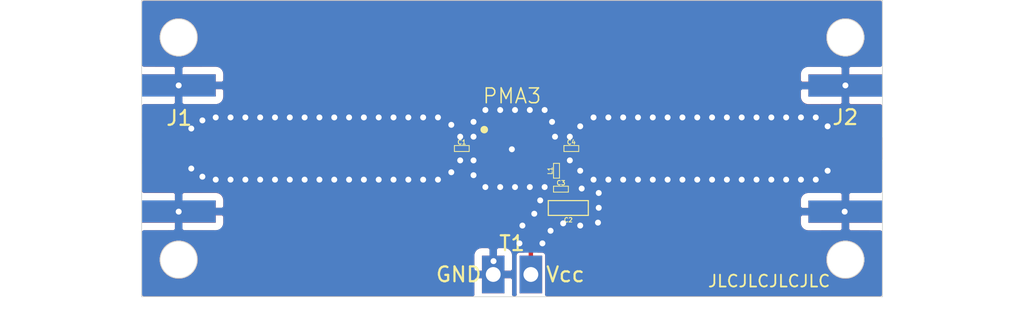
<source format=kicad_pcb>
(kicad_pcb (version 20171130) (host pcbnew "(5.1.6)-1")

  (general
    (thickness 1.6)
    (drawings 9)
    (tracks 129)
    (zones 0)
    (modules 9)
    (nets 17)
  )

  (page A4)
  (layers
    (0 F.Cu signal)
    (31 B.Cu signal)
    (32 B.Adhes user)
    (33 F.Adhes user)
    (34 B.Paste user)
    (35 F.Paste user)
    (36 B.SilkS user)
    (37 F.SilkS user)
    (38 B.Mask user)
    (39 F.Mask user)
    (40 Dwgs.User user)
    (41 Cmts.User user)
    (42 Eco1.User user)
    (43 Eco2.User user)
    (44 Edge.Cuts user)
    (45 Margin user)
    (46 B.CrtYd user)
    (47 F.CrtYd user)
    (48 B.Fab user)
    (49 F.Fab user)
  )

  (setup
    (last_trace_width 0.25)
    (user_trace_width 0.3)
    (user_trace_width 2.98219)
    (trace_clearance 0.2)
    (zone_clearance 0)
    (zone_45_only no)
    (trace_min 0.2)
    (via_size 0.8)
    (via_drill 0.4)
    (via_min_size 0.4)
    (via_min_drill 0.3)
    (uvia_size 0.3)
    (uvia_drill 0.1)
    (uvias_allowed no)
    (uvia_min_size 0.2)
    (uvia_min_drill 0.1)
    (edge_width 0.05)
    (segment_width 0.2)
    (pcb_text_width 0.3)
    (pcb_text_size 1.5 1.5)
    (mod_edge_width 0.12)
    (mod_text_size 1 1)
    (mod_text_width 0.15)
    (pad_size 1.45 1.45)
    (pad_drill 0)
    (pad_to_mask_clearance 0.05)
    (aux_axis_origin 0 0)
    (visible_elements 7FFFFFFF)
    (pcbplotparams
      (layerselection 0x010fc_ffffffff)
      (usegerberextensions false)
      (usegerberattributes true)
      (usegerberadvancedattributes true)
      (creategerberjobfile true)
      (excludeedgelayer true)
      (linewidth 0.100000)
      (plotframeref false)
      (viasonmask false)
      (mode 1)
      (useauxorigin false)
      (hpglpennumber 1)
      (hpglpenspeed 20)
      (hpglpendiameter 15.000000)
      (psnegative false)
      (psa4output false)
      (plotreference true)
      (plotvalue true)
      (plotinvisibletext false)
      (padsonsilk false)
      (subtractmaskfromsilk false)
      (outputformat 1)
      (mirror false)
      (drillshape 0)
      (scaleselection 1)
      (outputdirectory "Gerber/"))
  )

  (net 0 "")
  (net 1 "Net-(C1-Pad2)")
  (net 2 "Net-(C1-Pad1)")
  (net 3 GND)
  (net 4 +5V)
  (net 5 "Net-(C4-Pad2)")
  (net 6 "Net-(C4-Pad1)")
  (net 7 "Net-(IC1-Pad12)")
  (net 8 "Net-(IC1-Pad11)")
  (net 9 "Net-(IC1-Pad10)")
  (net 10 "Net-(IC1-Pad9)")
  (net 11 "Net-(IC1-Pad7)")
  (net 12 "Net-(IC1-Pad6)")
  (net 13 "Net-(IC1-Pad5)")
  (net 14 "Net-(IC1-Pad4)")
  (net 15 "Net-(IC1-Pad3)")
  (net 16 "Net-(IC1-Pad1)")

  (net_class Default "This is the default net class."
    (clearance 0.2)
    (trace_width 0.25)
    (via_dia 0.8)
    (via_drill 0.4)
    (uvia_dia 0.3)
    (uvia_drill 0.1)
    (add_net +5V)
    (add_net GND)
    (add_net "Net-(C1-Pad1)")
    (add_net "Net-(C1-Pad2)")
    (add_net "Net-(C4-Pad1)")
    (add_net "Net-(C4-Pad2)")
    (add_net "Net-(IC1-Pad1)")
    (add_net "Net-(IC1-Pad10)")
    (add_net "Net-(IC1-Pad11)")
    (add_net "Net-(IC1-Pad12)")
    (add_net "Net-(IC1-Pad3)")
    (add_net "Net-(IC1-Pad4)")
    (add_net "Net-(IC1-Pad5)")
    (add_net "Net-(IC1-Pad6)")
    (add_net "Net-(IC1-Pad7)")
    (add_net "Net-(IC1-Pad9)")
  )

  (module Mouser/RS:PWR_conn (layer F.Cu) (tedit 5F8ED53A) (tstamp 5F8F98E8)
    (at 150 108.5)
    (path /5F8ED76F)
    (fp_text reference T1 (at 0 -2.1) (layer F.SilkS)
      (effects (font (size 1 1) (thickness 0.15)))
    )
    (fp_text value Wire_terminal (at 0 1.85) (layer F.Fab)
      (effects (font (size 1 1) (thickness 0.15)))
    )
    (fp_text user GND (at -3.6 0) (layer F.SilkS)
      (effects (font (size 1 1) (thickness 0.15)))
    )
    (fp_text user Vcc (at 3.6 0) (layer F.SilkS)
      (effects (font (size 1 1) (thickness 0.15)))
    )
    (pad 2 thru_hole rect (at -1.27 0) (size 1.524 2.54) (drill 1) (layers *.Cu *.Mask)
      (net 3 GND))
    (pad 1 thru_hole rect (at 1.27 0) (size 1.524 2.54) (drill 1) (layers *.Cu *.Mask)
      (net 4 +5V))
  )

  (module Mouser/RS:0603_cap (layer F.Cu) (tedit 5F8ED14F) (tstamp 5F8F8E77)
    (at 153 101.5 90)
    (path /5F91F7FB)
    (fp_text reference L1 (at 0 -0.425 270) (layer F.SilkS)
      (effects (font (size 0.3 0.3) (thickness 0.06)))
    )
    (fp_text value 10_nH (at 0.0016 1.0256 180) (layer F.Fab)
      (effects (font (size 0.3 0.3) (thickness 0.03)))
    )
    (fp_line (start -0.5 0.2) (end -0.5 -0.2) (layer F.SilkS) (width 0.06))
    (fp_line (start 0.5 0.2) (end -0.5 0.2) (layer F.SilkS) (width 0.06))
    (fp_line (start 0.5 -0.2) (end 0.5 0.2) (layer F.SilkS) (width 0.06))
    (fp_line (start -0.5 -0.2) (end 0.5 -0.2) (layer F.SilkS) (width 0.06))
    (pad 2 smd rect (at 0.3 0 90) (size 0.3 0.3) (layers F.Cu F.Paste F.Mask)
      (net 6 "Net-(C4-Pad1)"))
    (pad 1 smd rect (at -0.3 0 90) (size 0.3 0.3) (layers F.Cu F.Paste F.Mask)
      (net 4 +5V))
  )

  (module Mouser/RS:SMA_edge (layer F.Cu) (tedit 5F8EA811) (tstamp 5F8F8E6D)
    (at 175 100)
    (path /5F91B3ED)
    (fp_text reference J2 (at -2.5086 -2.1084) (layer F.SilkS)
      (effects (font (size 1 1) (thickness 0.15)))
    )
    (fp_text value Conn_Coaxial_right (at -12.3384 -4.9278) (layer F.Fab)
      (effects (font (size 1 1) (thickness 0.15)))
    )
    (fp_line (start -4.7 0.9) (end -4.7 3.3) (layer Dwgs.User) (width 0.12))
    (fp_line (start -4.7 -3.3) (end -4.7 -0.9) (layer Dwgs.User) (width 0.12))
    (fp_line (start 9.5 -3.5) (end 9.5 3.5) (layer Dwgs.User) (width 0.12))
    (fp_line (start 1.6 -3.5) (end 9.5 -3.5) (layer Dwgs.User) (width 0.12))
    (fp_line (start 1.6 3.5) (end 9.5 3.5) (layer Dwgs.User) (width 0.12))
    (fp_line (start -4.7 5.2) (end 1.6 5.2) (layer Dwgs.User) (width 0.12))
    (fp_line (start 1.6 5.2) (end 1.6 3.5) (layer Dwgs.User) (width 0.12))
    (fp_line (start 1.6 -5.2) (end 1.6 -3.5) (layer Dwgs.User) (width 0.12))
    (fp_line (start -4.7 -5.2) (end 1.6 -5.2) (layer Dwgs.User) (width 0.12))
    (pad 2 smd rect (at -2.5 -4.25 90) (size 1.5 5) (layers B.Cu F.Paste F.Mask)
      (net 3 GND))
    (pad 2 smd rect (at -2.5 4.26 90) (size 1.5 5) (layers B.Cu F.Paste F.Mask)
      (net 3 GND))
    (pad 2 smd rect (at -2.5 4.26 90) (size 1.5 5) (layers F.Cu F.Paste F.Mask)
      (net 3 GND))
    (pad 2 smd rect (at -2.5 -4.26 90) (size 1.5 5) (layers F.Cu F.Paste F.Mask)
      (net 3 GND))
    (pad 1 smd rect (at -2.8 0 90) (size 1.5 5.6) (layers F.Cu F.Paste F.Mask)
      (net 5 "Net-(C4-Pad2)"))
  )

  (module Mouser/RS:SMA_edge (layer F.Cu) (tedit 5F8EA811) (tstamp 5F8F8E5B)
    (at 125 100 180)
    (path /5F91A0A5)
    (fp_text reference J1 (at -2.5334 2.0576) (layer F.SilkS)
      (effects (font (size 1 1) (thickness 0.15)))
    )
    (fp_text value Conn_Coaxial_left (at -12.3632 3.861) (layer F.Fab)
      (effects (font (size 1 1) (thickness 0.15)))
    )
    (fp_line (start -4.7 0.9) (end -4.7 3.3) (layer Dwgs.User) (width 0.12))
    (fp_line (start -4.7 -3.3) (end -4.7 -0.9) (layer Dwgs.User) (width 0.12))
    (fp_line (start 9.5 -3.5) (end 9.5 3.5) (layer Dwgs.User) (width 0.12))
    (fp_line (start 1.6 -3.5) (end 9.5 -3.5) (layer Dwgs.User) (width 0.12))
    (fp_line (start 1.6 3.5) (end 9.5 3.5) (layer Dwgs.User) (width 0.12))
    (fp_line (start -4.7 5.2) (end 1.6 5.2) (layer Dwgs.User) (width 0.12))
    (fp_line (start 1.6 5.2) (end 1.6 3.5) (layer Dwgs.User) (width 0.12))
    (fp_line (start 1.6 -5.2) (end 1.6 -3.5) (layer Dwgs.User) (width 0.12))
    (fp_line (start -4.7 -5.2) (end 1.6 -5.2) (layer Dwgs.User) (width 0.12))
    (pad 2 smd rect (at -2.5 -4.25 270) (size 1.5 5) (layers B.Cu F.Paste F.Mask)
      (net 3 GND))
    (pad 2 smd rect (at -2.5 4.26 270) (size 1.5 5) (layers B.Cu F.Paste F.Mask)
      (net 3 GND))
    (pad 2 smd rect (at -2.5 4.26 270) (size 1.5 5) (layers F.Cu F.Paste F.Mask)
      (net 3 GND))
    (pad 2 smd rect (at -2.5 -4.26 270) (size 1.5 5) (layers F.Cu F.Paste F.Mask)
      (net 3 GND))
    (pad 1 smd rect (at -2.8 0 270) (size 1.5 5.6) (layers F.Cu F.Paste F.Mask)
      (net 2 "Net-(C1-Pad1)"))
  )

  (module Mouser/RS:PMA3 (layer F.Cu) (tedit 5F8ED80B) (tstamp 5F8F8E49)
    (at 150 100)
    (descr QFN-12)
    (tags "Integrated Circuit")
    (path /5F8FAF36)
    (attr smd)
    (fp_text reference PMA3 (at 0 -3.55) (layer F.SilkS)
      (effects (font (size 1 1) (thickness 0.1)))
    )
    (fp_text value PMA3-63GLN+ (at 0 3.3) (layer F.SilkS) hide
      (effects (font (size 1.27 1.27) (thickness 0.254)))
    )
    (fp_line (start -2.125 -2.125) (end 2.125 -2.125) (layer F.CrtYd) (width 0.05))
    (fp_line (start 2.125 -2.125) (end 2.125 2.125) (layer F.CrtYd) (width 0.05))
    (fp_line (start 2.125 2.125) (end -2.125 2.125) (layer F.CrtYd) (width 0.05))
    (fp_line (start -2.125 2.125) (end -2.125 -2.125) (layer F.CrtYd) (width 0.05))
    (fp_line (start -1.5 -1.5) (end 1.5 -1.5) (layer F.Fab) (width 0.1))
    (fp_line (start 1.5 -1.5) (end 1.5 1.5) (layer F.Fab) (width 0.1))
    (fp_line (start 1.5 1.5) (end -1.5 1.5) (layer F.Fab) (width 0.1))
    (fp_line (start -1.5 1.5) (end -1.5 -1.5) (layer F.Fab) (width 0.1))
    (fp_line (start -1.5 -0.99) (end -0.99 -1.5) (layer F.Fab) (width 0.1))
    (fp_circle (center -1.8755 -1.275) (end -1.8755 -1.1475) (layer F.SilkS) (width 0.255))
    (fp_text user %R (at 0 0) (layer F.Fab)
      (effects (font (size 1.27 1.27) (thickness 0.254)))
    )
    (pad 13 smd rect (at 0 0) (size 1.45 1.45) (layers F.Cu F.Paste F.Mask)
      (net 3 GND))
    (pad 12 smd rect (at -0.51 -1.45) (size 0.3 0.85) (layers F.Cu F.Paste F.Mask)
      (net 7 "Net-(IC1-Pad12)"))
    (pad 11 smd rect (at 0 -1.45) (size 0.3 0.85) (layers F.Cu F.Paste F.Mask)
      (net 8 "Net-(IC1-Pad11)"))
    (pad 10 smd rect (at 0.51 -1.45) (size 0.3 0.85) (layers F.Cu F.Paste F.Mask)
      (net 9 "Net-(IC1-Pad10)"))
    (pad 9 smd rect (at 1.45 -0.51 90) (size 0.3 0.85) (layers F.Cu F.Paste F.Mask)
      (net 10 "Net-(IC1-Pad9)"))
    (pad 8 smd rect (at 1.45 0 90) (size 0.3 0.85) (layers F.Cu F.Paste F.Mask)
      (net 6 "Net-(C4-Pad1)"))
    (pad 7 smd rect (at 1.45 0.51 90) (size 0.3 0.85) (layers F.Cu F.Paste F.Mask)
      (net 11 "Net-(IC1-Pad7)"))
    (pad 6 smd rect (at 0.51 1.45) (size 0.3 0.85) (layers F.Cu F.Paste F.Mask)
      (net 12 "Net-(IC1-Pad6)"))
    (pad 5 smd rect (at 0 1.45) (size 0.3 0.85) (layers F.Cu F.Paste F.Mask)
      (net 13 "Net-(IC1-Pad5)"))
    (pad 4 smd rect (at -0.51 1.45) (size 0.3 0.85) (layers F.Cu F.Paste F.Mask)
      (net 14 "Net-(IC1-Pad4)"))
    (pad 3 smd rect (at -1.45 0.51 90) (size 0.3 0.85) (layers F.Cu F.Paste F.Mask)
      (net 15 "Net-(IC1-Pad3)"))
    (pad 2 smd rect (at -1.45 0 90) (size 0.3 0.85) (layers F.Cu F.Paste F.Mask)
      (net 1 "Net-(C1-Pad2)"))
    (pad 1 smd rect (at -1.45 -0.51 90) (size 0.3 0.85) (layers F.Cu F.Paste F.Mask)
      (net 16 "Net-(IC1-Pad1)"))
    (model "C:\\Users\\Hans Kristian\\Desktop\\Projects\\DiaSense\\KiCAD_Libaries\\SamacSys_Parts.3dshapes\\PMA3-63GLN+.stp"
      (at (xyz 0 0 0))
      (scale (xyz 1 1 1))
      (rotate (xyz 0 0 0))
    )
  )

  (module Mouser/RS:0603_cap (layer F.Cu) (tedit 5F8ED14F) (tstamp 5F8F8E2D)
    (at 154 100)
    (path /5F91D0B8)
    (fp_text reference C4 (at 0 -0.425 180) (layer F.SilkS)
      (effects (font (size 0.3 0.3) (thickness 0.06)))
    )
    (fp_text value 22_pF (at 0.0256 0.457) (layer F.Fab)
      (effects (font (size 0.3 0.3) (thickness 0.03)))
    )
    (fp_line (start -0.5 0.2) (end -0.5 -0.2) (layer F.SilkS) (width 0.06))
    (fp_line (start 0.5 0.2) (end -0.5 0.2) (layer F.SilkS) (width 0.06))
    (fp_line (start 0.5 -0.2) (end 0.5 0.2) (layer F.SilkS) (width 0.06))
    (fp_line (start -0.5 -0.2) (end 0.5 -0.2) (layer F.SilkS) (width 0.06))
    (pad 2 smd rect (at 0.3 0) (size 0.3 0.3) (layers F.Cu F.Paste F.Mask)
      (net 5 "Net-(C4-Pad2)"))
    (pad 1 smd rect (at -0.3 0) (size 0.3 0.3) (layers F.Cu F.Paste F.Mask)
      (net 6 "Net-(C4-Pad1)"))
  )

  (module Mouser/RS:0603_cap (layer F.Cu) (tedit 5F8ED14F) (tstamp 5F8F8E23)
    (at 153.3 102.743)
    (path /5F9258AA)
    (fp_text reference C3 (at 0 -0.425 180) (layer F.SilkS)
      (effects (font (size 0.3 0.3) (thickness 0.06)))
    )
    (fp_text value 100_pF (at 1.4114 0) (layer F.Fab)
      (effects (font (size 0.3 0.3) (thickness 0.03)))
    )
    (fp_line (start -0.5 0.2) (end -0.5 -0.2) (layer F.SilkS) (width 0.06))
    (fp_line (start 0.5 0.2) (end -0.5 0.2) (layer F.SilkS) (width 0.06))
    (fp_line (start 0.5 -0.2) (end 0.5 0.2) (layer F.SilkS) (width 0.06))
    (fp_line (start -0.5 -0.2) (end 0.5 -0.2) (layer F.SilkS) (width 0.06))
    (pad 2 smd rect (at 0.3 0) (size 0.3 0.3) (layers F.Cu F.Paste F.Mask)
      (net 3 GND))
    (pad 1 smd rect (at -0.3 0) (size 0.3 0.3) (layers F.Cu F.Paste F.Mask)
      (net 4 +5V))
  )

  (module Mouser/RS:1608_cap (layer F.Cu) (tedit 5F8ED179) (tstamp 5F8F8E19)
    (at 153.797 104.013)
    (path /5F9276D8)
    (fp_text reference C2 (at 0 0.8128) (layer F.SilkS)
      (effects (font (size 0.3 0.3) (thickness 0.06)))
    )
    (fp_text value 22_uF (at -2.2098 0.0762) (layer F.Fab)
      (effects (font (size 0.3 0.3) (thickness 0.03)))
    )
    (fp_line (start -1.35 -0.5) (end 1.35 -0.5) (layer F.SilkS) (width 0.08))
    (fp_line (start 1.35 -0.5) (end 1.35 0.5) (layer F.SilkS) (width 0.08))
    (fp_line (start 1.35 0.5) (end -1.35 0.5) (layer F.SilkS) (width 0.08))
    (fp_line (start -1.35 0.5) (end -1.35 -0.5) (layer F.SilkS) (width 0.08))
    (pad 2 smd rect (at 0.79 0) (size 0.96 0.8) (layers F.Cu F.Paste F.Mask)
      (net 3 GND))
    (pad 1 smd rect (at -0.79 0) (size 0.96 0.8) (layers F.Cu F.Paste F.Mask)
      (net 4 +5V))
  )

  (module Mouser/RS:0603_cap (layer F.Cu) (tedit 5F8ED14F) (tstamp 5F8F8E0F)
    (at 146.6088 99.9998)
    (path /5F91C8C0)
    (fp_text reference C1 (at 0 -0.425 180) (layer F.SilkS)
      (effects (font (size 0.3 0.3) (thickness 0.06)))
    )
    (fp_text value 22_pF (at 0 1) (layer F.Fab)
      (effects (font (size 0.6 0.6) (thickness 0.1)))
    )
    (fp_line (start -0.5 0.2) (end -0.5 -0.2) (layer F.SilkS) (width 0.06))
    (fp_line (start 0.5 0.2) (end -0.5 0.2) (layer F.SilkS) (width 0.06))
    (fp_line (start 0.5 -0.2) (end 0.5 0.2) (layer F.SilkS) (width 0.06))
    (fp_line (start -0.5 -0.2) (end 0.5 -0.2) (layer F.SilkS) (width 0.06))
    (pad 2 smd rect (at 0.3 0) (size 0.3 0.3) (layers F.Cu F.Paste F.Mask)
      (net 1 "Net-(C1-Pad2)"))
    (pad 1 smd rect (at -0.3 0) (size 0.3 0.3) (layers F.Cu F.Paste F.Mask)
      (net 2 "Net-(C1-Pad1)"))
  )

  (gr_text JLCJLCJLCJLC (at 167.35 108.95) (layer F.SilkS)
    (effects (font (size 0.8 0.8) (thickness 0.12)))
  )
  (gr_circle (center 127.5 107.5) (end 128.75 107.5) (layer Edge.Cuts) (width 0.05) (tstamp 5F8F9C44))
  (gr_circle (center 127.5 92.5) (end 128.75 92.5) (layer Edge.Cuts) (width 0.05) (tstamp 5F8F9C4C))
  (gr_circle (center 172.5 92.5) (end 173.75 92.5) (layer Edge.Cuts) (width 0.05) (tstamp 5F8F9C16))
  (gr_circle (center 172.5 107.5) (end 173.75 107.5) (layer Edge.Cuts) (width 0.05))
  (gr_line (start 175 90) (end 175 110) (layer Edge.Cuts) (width 0.05) (tstamp 5F8F9A8F))
  (gr_line (start 125 90) (end 175 90) (layer Edge.Cuts) (width 0.05))
  (gr_line (start 125 110) (end 175 110) (layer Edge.Cuts) (width 0.05))
  (gr_line (start 125 110) (end 125 90) (layer Edge.Cuts) (width 0.05))

  (segment (start 148.5498 99.9998) (end 148.55 100) (width 0.25) (layer F.Cu) (net 1))
  (segment (start 146.9088 99.9998) (end 148.5498 99.9998) (width 0.25) (layer F.Cu) (net 1))
  (segment (start 130 100) (end 144.5 100) (width 2.98219) (layer F.Cu) (net 2))
  (segment (start 146.3086 100) (end 146.3088 99.9998) (width 0.3) (layer F.Cu) (net 2))
  (segment (start 144 100) (end 146.3086 100) (width 0.3) (layer F.Cu) (net 2))
  (via (at 148.75 107.6) (size 0.8) (drill 0.4) (layers F.Cu B.Cu) (net 3))
  (via (at 131 102.1) (size 0.8) (drill 0.4) (layers F.Cu B.Cu) (net 3) (status 40000))
  (via (at 149.987 100.0506) (size 0.8) (drill 0.4) (layers F.Cu B.Cu) (net 3) (status 40000))
  (via (at 132 102.1) (size 0.8) (drill 0.4) (layers F.Cu B.Cu) (net 3) (tstamp 5F8F0884) (status 40000))
  (via (at 133 102.1) (size 0.8) (drill 0.4) (layers F.Cu B.Cu) (net 3) (tstamp 5F8F089D) (status 40000))
  (via (at 134 102.1) (size 0.8) (drill 0.4) (layers F.Cu B.Cu) (net 3) (tstamp 5F8F08A0) (status 40000))
  (via (at 135 102.1) (size 0.8) (drill 0.4) (layers F.Cu B.Cu) (net 3) (tstamp 5F8F08A3) (status 40000))
  (via (at 136 102.1) (size 0.8) (drill 0.4) (layers F.Cu B.Cu) (net 3) (tstamp 5F8F08A6) (status 40000))
  (via (at 137 102.1) (size 0.8) (drill 0.4) (layers F.Cu B.Cu) (net 3) (tstamp 5F8F08A9) (status 40000))
  (via (at 138 102.1) (size 0.8) (drill 0.4) (layers F.Cu B.Cu) (net 3) (tstamp 5F8F08AE) (status 40000))
  (via (at 139 102.1) (size 0.8) (drill 0.4) (layers F.Cu B.Cu) (net 3) (tstamp 5F8F08B1) (status 40000))
  (via (at 140 102.1) (size 0.8) (drill 0.4) (layers F.Cu B.Cu) (net 3) (tstamp 5F8F08B4) (status 40000))
  (via (at 141 102.1) (size 0.8) (drill 0.4) (layers F.Cu B.Cu) (net 3) (tstamp 5F8F08B8) (status 40000))
  (via (at 142 102.1) (size 0.8) (drill 0.4) (layers F.Cu B.Cu) (net 3) (tstamp 5F8F08BE) (status 40000))
  (via (at 143 102.1) (size 0.8) (drill 0.4) (layers F.Cu B.Cu) (net 3) (tstamp 5F8F08C1) (status 40000))
  (via (at 144 102.1) (size 0.8) (drill 0.4) (layers F.Cu B.Cu) (net 3) (tstamp 5F8F08C5) (status 40000))
  (via (at 145 102.1) (size 0.8) (drill 0.4) (layers F.Cu B.Cu) (net 3) (tstamp 5F8F08C7) (status 40000))
  (via (at 130 102.1) (size 0.8) (drill 0.4) (layers F.Cu B.Cu) (net 3) (tstamp 5F8F08CF) (status 40000))
  (via (at 129.1 101.9) (size 0.8) (drill 0.4) (layers F.Cu B.Cu) (net 3) (tstamp 5F8F08D7) (status 40000))
  (via (at 128.35 101.35) (size 0.8) (drill 0.4) (layers F.Cu B.Cu) (net 3) (tstamp 5F8F08F9) (status 40000))
  (via (at 128.35 98.65) (size 0.8) (drill 0.4) (layers F.Cu B.Cu) (net 3) (tstamp 5F8F099D) (status 40000))
  (via (at 129.1 98.1) (size 0.8) (drill 0.4) (layers F.Cu B.Cu) (net 3) (tstamp 5F8F09D1) (status 40000))
  (via (at 130 97.9) (size 0.8) (drill 0.4) (layers F.Cu B.Cu) (net 3) (tstamp 5F8F09E6) (status 40000))
  (via (at 131 97.9) (size 0.8) (drill 0.4) (layers F.Cu B.Cu) (net 3) (tstamp 5F8F09E9) (status 40000))
  (via (at 132 97.9) (size 0.8) (drill 0.4) (layers F.Cu B.Cu) (net 3) (tstamp 5F8F09EB) (status 40000))
  (via (at 133 97.9) (size 0.8) (drill 0.4) (layers F.Cu B.Cu) (net 3) (tstamp 5F8F09F4) (status 40000))
  (via (at 134 97.9) (size 0.8) (drill 0.4) (layers F.Cu B.Cu) (net 3) (tstamp 5F8F09F9) (status 40000))
  (via (at 135 97.9) (size 0.8) (drill 0.4) (layers F.Cu B.Cu) (net 3) (tstamp 5F8F0A03) (status 40000))
  (via (at 136 97.9) (size 0.8) (drill 0.4) (layers F.Cu B.Cu) (net 3) (tstamp 5F8F0A1C) (status 40000))
  (via (at 137 97.9) (size 0.8) (drill 0.4) (layers F.Cu B.Cu) (net 3) (tstamp 5F8F0A1F) (status 40000))
  (via (at 138 97.9) (size 0.8) (drill 0.4) (layers F.Cu B.Cu) (net 3) (tstamp 5F8F0A23) (status 40000))
  (via (at 139 97.9) (size 0.8) (drill 0.4) (layers F.Cu B.Cu) (net 3) (tstamp 5F8F0A26) (status 40000))
  (via (at 140 97.9) (size 0.8) (drill 0.4) (layers F.Cu B.Cu) (net 3) (tstamp 5F8F0A28) (status 40000))
  (via (at 141 97.9) (size 0.8) (drill 0.4) (layers F.Cu B.Cu) (net 3) (tstamp 5F8F0A2D) (status 40000))
  (via (at 142 97.9) (size 0.8) (drill 0.4) (layers F.Cu B.Cu) (net 3) (tstamp 5F8F0A30) (status 40000))
  (via (at 143 97.9) (size 0.8) (drill 0.4) (layers F.Cu B.Cu) (net 3) (tstamp 5F8F0A34) (status 40000))
  (via (at 144 97.9) (size 0.8) (drill 0.4) (layers F.Cu B.Cu) (net 3) (tstamp 5F8F0A37) (status 40000))
  (via (at 145 97.9) (size 0.8) (drill 0.4) (layers F.Cu B.Cu) (net 3) (tstamp 5F8F0A39) (status 40000))
  (via (at 145.9 98.4) (size 0.8) (drill 0.4) (layers F.Cu B.Cu) (net 3) (tstamp 5F8F0A5C) (status 40000))
  (via (at 146.5 99.2) (size 0.8) (drill 0.4) (layers F.Cu B.Cu) (net 3) (tstamp 5F8F0A64) (status 40000))
  (via (at 145.9 101.6) (size 0.8) (drill 0.4) (layers F.Cu B.Cu) (net 3) (tstamp 5F8F0A6B) (status 40000))
  (via (at 146.5 100.8) (size 0.8) (drill 0.4) (layers F.Cu B.Cu) (net 3) (tstamp 5F8F0A73) (status 40000))
  (via (at 147.4 100.8) (size 0.8) (drill 0.4) (layers F.Cu B.Cu) (net 3) (tstamp 5F8F0A78) (status 40000))
  (via (at 147.4 99.2) (size 0.8) (drill 0.4) (layers F.Cu B.Cu) (net 3) (tstamp 5F8F0A81) (status 40000))
  (via (at 147.4 101.8) (size 0.8) (drill 0.4) (layers F.Cu B.Cu) (net 3) (tstamp 5F8F0AAF) (status 40000))
  (via (at 147.4 98.2) (size 0.8) (drill 0.4) (layers F.Cu B.Cu) (net 3) (tstamp 5F8F0B07) (status 40000))
  (via (at 148.2 97.4) (size 0.8) (drill 0.4) (layers F.Cu B.Cu) (net 3) (tstamp 5F8F0B15) (status 40000))
  (via (at 148.2 102.6) (size 0.8) (drill 0.4) (layers F.Cu B.Cu) (net 3) (tstamp 5F8F0B3D) (status 40000))
  (via (at 149.2 102.6) (size 0.8) (drill 0.4) (layers F.Cu B.Cu) (net 3) (tstamp 5F8F0B4C) (status 40000))
  (via (at 150.2 102.6) (size 0.8) (drill 0.4) (layers F.Cu B.Cu) (net 3) (tstamp 5F8F0B53) (status 40000))
  (via (at 151.2 102.6) (size 0.8) (drill 0.4) (layers F.Cu B.Cu) (net 3) (tstamp 5F8F0B56) (status 40000))
  (via (at 152.2 102.6) (size 0.8) (drill 0.4) (layers F.Cu B.Cu) (net 3) (tstamp 5F8F0B5A) (status 40000))
  (via (at 149.2 97.4) (size 0.8) (drill 0.4) (layers F.Cu B.Cu) (net 3) (tstamp 5F8F0B6C) (status 40000))
  (via (at 150.2 97.4) (size 0.8) (drill 0.4) (layers F.Cu B.Cu) (net 3) (tstamp 5F8F0B6F) (status 40000))
  (via (at 151.2 97.4) (size 0.8) (drill 0.4) (layers F.Cu B.Cu) (net 3) (tstamp 5F8F0B73) (status 40000))
  (via (at 152.2 97.4) (size 0.8) (drill 0.4) (layers F.Cu B.Cu) (net 3) (tstamp 5F8F0B76) (status 40000))
  (via (at 152.7 98.2) (size 0.8) (drill 0.4) (layers F.Cu B.Cu) (net 3) (tstamp 5F8F0B7F) (status 40000))
  (via (at 152.9 99.2) (size 0.8) (drill 0.4) (layers F.Cu B.Cu) (net 3) (tstamp 5F8F0B9A) (status 40000))
  (via (at 153.9 99.2) (size 0.8) (drill 0.4) (layers F.Cu B.Cu) (net 3) (tstamp 5F8F0BCC) (status 40000))
  (via (at 154.6 98.5) (size 0.8) (drill 0.4) (layers F.Cu B.Cu) (net 3) (tstamp 5F8F0BD1) (status 40000))
  (via (at 155.5 97.9) (size 0.8) (drill 0.4) (layers F.Cu B.Cu) (net 3) (tstamp 5F8F0BD9) (status 40000))
  (via (at 156.5 97.9) (size 0.8) (drill 0.4) (layers F.Cu B.Cu) (net 3) (tstamp 5F8F0BE4) (status 40000))
  (via (at 153.9 100.8) (size 0.8) (drill 0.4) (layers F.Cu B.Cu) (net 3) (tstamp 5F8F0BFC) (status 40000))
  (via (at 161.5 97.9) (size 0.8) (drill 0.4) (layers F.Cu B.Cu) (net 3) (tstamp 5F8F0C68) (status 40000))
  (via (at 157.5 97.9) (size 0.8) (drill 0.4) (layers F.Cu B.Cu) (net 3) (tstamp 5F8F0C69) (status 40000))
  (via (at 158.5 97.9) (size 0.8) (drill 0.4) (layers F.Cu B.Cu) (net 3) (tstamp 5F8F0C6A) (status 40000))
  (via (at 164.5 97.9) (size 0.8) (drill 0.4) (layers F.Cu B.Cu) (net 3) (tstamp 5F8F0C6B) (status 40000))
  (via (at 159.5 97.9) (size 0.8) (drill 0.4) (layers F.Cu B.Cu) (net 3) (tstamp 5F8F0C6C) (status 40000))
  (via (at 160.5 97.9) (size 0.8) (drill 0.4) (layers F.Cu B.Cu) (net 3) (tstamp 5F8F0C6D) (status 40000))
  (via (at 165.5 97.9) (size 0.8) (drill 0.4) (layers F.Cu B.Cu) (net 3) (tstamp 5F8F0C6E) (status 40000))
  (via (at 162.5 97.9) (size 0.8) (drill 0.4) (layers F.Cu B.Cu) (net 3) (tstamp 5F8F0C6F) (status 40000))
  (via (at 163.5 97.9) (size 0.8) (drill 0.4) (layers F.Cu B.Cu) (net 3) (tstamp 5F8F0C70) (status 40000))
  (via (at 169.5 97.9) (size 0.8) (drill 0.4) (layers F.Cu B.Cu) (net 3) (tstamp 5F8F0C71) (status 40000))
  (via (at 170.5 97.9) (size 0.8) (drill 0.4) (layers F.Cu B.Cu) (net 3) (tstamp 5F8F0C72) (status 40000))
  (via (at 166.5 97.9) (size 0.8) (drill 0.4) (layers F.Cu B.Cu) (net 3) (tstamp 5F8F0C73) (status 40000))
  (via (at 167.5 97.9) (size 0.8) (drill 0.4) (layers F.Cu B.Cu) (net 3) (tstamp 5F8F0C74) (status 40000))
  (via (at 168.5 97.9) (size 0.8) (drill 0.4) (layers F.Cu B.Cu) (net 3) (tstamp 5F8F0C75) (status 40000))
  (via (at 166.5 102.1) (size 0.8) (drill 0.4) (layers F.Cu B.Cu) (net 3) (tstamp 5F8F0C84) (status 40000))
  (via (at 169.5 102.1) (size 0.8) (drill 0.4) (layers F.Cu B.Cu) (net 3) (tstamp 5F8F0C85) (status 40000))
  (via (at 167.5 102.1) (size 0.8) (drill 0.4) (layers F.Cu B.Cu) (net 3) (tstamp 5F8F0C86) (status 40000))
  (via (at 165.5 102.1) (size 0.8) (drill 0.4) (layers F.Cu B.Cu) (net 3) (tstamp 5F8F0C87) (status 40000))
  (via (at 162.5 102.1) (size 0.8) (drill 0.4) (layers F.Cu B.Cu) (net 3) (tstamp 5F8F0C88) (status 40000))
  (via (at 163.5 102.1) (size 0.8) (drill 0.4) (layers F.Cu B.Cu) (net 3) (tstamp 5F8F0C89) (status 40000))
  (via (at 168.5 102.1) (size 0.8) (drill 0.4) (layers F.Cu B.Cu) (net 3) (tstamp 5F8F0C8A) (status 40000))
  (via (at 170.5 102.1) (size 0.8) (drill 0.4) (layers F.Cu B.Cu) (net 3) (tstamp 5F8F0C8B) (status 40000))
  (via (at 164.5 102.1) (size 0.8) (drill 0.4) (layers F.Cu B.Cu) (net 3) (tstamp 5F8F0C8C) (status 40000))
  (via (at 159.5 102.1) (size 0.8) (drill 0.4) (layers F.Cu B.Cu) (net 3) (tstamp 5F8F0C8D) (status 40000))
  (via (at 160.5 102.1) (size 0.8) (drill 0.4) (layers F.Cu B.Cu) (net 3) (tstamp 5F8F0C8E) (status 40000))
  (via (at 161.5 102.1) (size 0.8) (drill 0.4) (layers F.Cu B.Cu) (net 3) (tstamp 5F8F0C8F) (status 40000))
  (via (at 157.5 102.1) (size 0.8) (drill 0.4) (layers F.Cu B.Cu) (net 3) (tstamp 5F8F0C90) (status 40000))
  (via (at 158.5 102.1) (size 0.8) (drill 0.4) (layers F.Cu B.Cu) (net 3) (tstamp 5F8F0C91) (status 40000))
  (via (at 156.5 102.1) (size 0.8) (drill 0.4) (layers F.Cu B.Cu) (net 3) (tstamp 5F8F0CA1) (status 40000))
  (via (at 155.5 102.1) (size 0.8) (drill 0.4) (layers F.Cu B.Cu) (net 3) (tstamp 5F8F0CA3) (status 40000))
  (via (at 154.6 101.5) (size 0.8) (drill 0.4) (layers F.Cu B.Cu) (net 3) (tstamp 5F8F0CBC) (status 40000))
  (via (at 171.3 98.5) (size 0.8) (drill 0.4) (layers F.Cu B.Cu) (net 3) (tstamp 5F8F0CF8) (status 40000))
  (via (at 171.3 101.5) (size 0.8) (drill 0.4) (layers F.Cu B.Cu) (net 3) (tstamp 5F8F0CFA) (status 40000))
  (via (at 151.9 103.5) (size 0.8) (drill 0.4) (layers F.Cu B.Cu) (net 3) (tstamp 5F8F0D1A) (status 40000))
  (via (at 151.5 104.4) (size 0.8) (drill 0.4) (layers F.Cu B.Cu) (net 3) (tstamp 5F8F0D1F) (status 40000))
  (via (at 150.7 105.2) (size 0.8) (drill 0.4) (layers F.Cu B.Cu) (net 3) (tstamp 5F8F0D25) (status 40000))
  (via (at 150.5 106.4) (size 0.8) (drill 0.4) (layers F.Cu B.Cu) (net 3) (tstamp 5F8F0D3E) (status 40000))
  (via (at 152.05 106.4) (size 0.8) (drill 0.4) (layers F.Cu B.Cu) (net 3) (tstamp 5F8F0D4E) (status 40000))
  (via (at 152.6 105.55) (size 0.8) (drill 0.4) (layers F.Cu B.Cu) (net 3) (tstamp 5F8F0D60) (status 40000))
  (via (at 153.45 105.05) (size 0.8) (drill 0.4) (layers F.Cu B.Cu) (net 3) (tstamp 5F8F0D6A) (status 40000))
  (via (at 154.7 102.7) (size 0.8) (drill 0.4) (layers F.Cu B.Cu) (net 3) (tstamp 5F8F0D73) (status 40000))
  (via (at 154.6 105.2) (size 0.8) (drill 0.4) (layers F.Cu B.Cu) (net 3) (tstamp 5F8F0D9F) (status 40000))
  (via (at 155.8 105) (size 0.8) (drill 0.4) (layers F.Cu B.Cu) (net 3) (tstamp 5F8F0DA4) (status 40000))
  (via (at 155.85 104) (size 0.8) (drill 0.4) (layers F.Cu B.Cu) (net 3) (tstamp 5F8F0DAC) (status 40000))
  (via (at 155.85 103) (size 0.8) (drill 0.4) (layers F.Cu B.Cu) (net 3) (tstamp 5F8F0DB2) (status 40000))
  (via (at 127.5 95.74) (size 0.8) (drill 0.4) (layers F.Cu B.Cu) (net 3) (tstamp 5F8F0DE2) (status 40000))
  (via (at 127.5 104.26) (size 0.8) (drill 0.4) (layers F.Cu B.Cu) (net 3) (tstamp 5F8F0DE4) (status 40000))
  (via (at 172.45 104.26) (size 0.8) (drill 0.4) (layers F.Cu B.Cu) (net 3) (tstamp 5F8F0EAC) (status 40000))
  (via (at 172.5 95.74) (size 0.8) (drill 0.4) (layers F.Cu B.Cu) (net 3) (tstamp 5F8F0F2D) (status 40000))
  (segment (start 153 101.8) (end 153 102.743) (width 0.3) (layer F.Cu) (net 4))
  (segment (start 153 104.006) (end 153.007 104.013) (width 0.3) (layer F.Cu) (net 4))
  (segment (start 153 102.743) (end 153 104.006) (width 0.3) (layer F.Cu) (net 4))
  (segment (start 151.27 105.75) (end 153.007 104.013) (width 0.3) (layer F.Cu) (net 4))
  (segment (start 151.27 108.5) (end 151.27 105.75) (width 0.3) (layer F.Cu) (net 4))
  (segment (start 170 100) (end 156.1 100) (width 2.98219) (layer F.Cu) (net 5))
  (segment (start 154.3 100) (end 156.1 100) (width 0.3) (layer F.Cu) (net 5))
  (segment (start 151.4502 99.9998) (end 151.45 100) (width 0.25) (layer F.Cu) (net 6))
  (segment (start 153 100.016) (end 152.984 100) (width 0.3) (layer F.Cu) (net 6))
  (segment (start 153 101.2) (end 153 100.016) (width 0.3) (layer F.Cu) (net 6))
  (segment (start 151.45 100) (end 152.984 100) (width 0.3) (layer F.Cu) (net 6))
  (segment (start 152.984 100) (end 153.7 100) (width 0.3) (layer F.Cu) (net 6))

  (zone (net 3) (net_name GND) (layer B.Cu) (tstamp 5F90415F) (hatch edge 0.508)
    (connect_pads (clearance 0))
    (min_thickness 0.254)
    (fill yes (arc_segments 32) (thermal_gap 0.508) (thermal_bridge_width 0.508))
    (polygon
      (pts
        (xy 175 110) (xy 125 110) (xy 125 90) (xy 175 90)
      )
    )
    (filled_polygon
      (pts
        (xy 174.848 94.362139) (xy 172.78575 94.365) (xy 172.627 94.52375) (xy 172.627 95.623) (xy 172.647 95.623)
        (xy 172.647 95.877) (xy 172.627 95.877) (xy 172.627 96.97625) (xy 172.78575 97.135) (xy 174.848 97.137861)
        (xy 174.848001 102.872139) (xy 172.78575 102.875) (xy 172.627 103.03375) (xy 172.627 104.133) (xy 172.647 104.133)
        (xy 172.647 104.387) (xy 172.627 104.387) (xy 172.627 105.48625) (xy 172.78575 105.645) (xy 174.848001 105.647861)
        (xy 174.848001 109.848) (xy 152.350052 109.848) (xy 152.354268 109.834103) (xy 152.360582 109.77) (xy 152.360582 107.36062)
        (xy 171.084847 107.36062) (xy 171.084847 107.63938) (xy 171.139231 107.912785) (xy 171.245908 108.170326) (xy 171.400779 108.402107)
        (xy 171.597893 108.599221) (xy 171.829674 108.754092) (xy 172.087215 108.860769) (xy 172.36062 108.915153) (xy 172.63938 108.915153)
        (xy 172.912785 108.860769) (xy 173.170326 108.754092) (xy 173.402107 108.599221) (xy 173.599221 108.402107) (xy 173.754092 108.170326)
        (xy 173.860769 107.912785) (xy 173.915153 107.63938) (xy 173.915153 107.36062) (xy 173.860769 107.087215) (xy 173.754092 106.829674)
        (xy 173.599221 106.597893) (xy 173.402107 106.400779) (xy 173.170326 106.245908) (xy 172.912785 106.139231) (xy 172.63938 106.084847)
        (xy 172.36062 106.084847) (xy 172.087215 106.139231) (xy 171.829674 106.245908) (xy 171.597893 106.400779) (xy 171.400779 106.597893)
        (xy 171.245908 106.829674) (xy 171.139231 107.087215) (xy 171.084847 107.36062) (xy 152.360582 107.36062) (xy 152.360582 107.23)
        (xy 152.354268 107.165897) (xy 152.33557 107.104257) (xy 152.305206 107.04745) (xy 152.264343 106.997657) (xy 152.21455 106.956794)
        (xy 152.157743 106.92643) (xy 152.096103 106.907732) (xy 152.032 106.901418) (xy 150.508 106.901418) (xy 150.443897 106.907732)
        (xy 150.382257 106.92643) (xy 150.32545 106.956794) (xy 150.275657 106.997657) (xy 150.234794 107.04745) (xy 150.20443 107.104257)
        (xy 150.185732 107.165897) (xy 150.179418 107.23) (xy 150.179418 109.77) (xy 150.185732 109.834103) (xy 150.189948 109.848)
        (xy 150.12239 109.848) (xy 150.130072 109.77) (xy 150.127 108.78575) (xy 149.96825 108.627) (xy 148.857 108.627)
        (xy 148.857 108.647) (xy 148.603 108.647) (xy 148.603 108.627) (xy 147.49175 108.627) (xy 147.333 108.78575)
        (xy 147.329928 109.77) (xy 147.33761 109.848) (xy 125.152 109.848) (xy 125.152 107.36062) (xy 126.084847 107.36062)
        (xy 126.084847 107.63938) (xy 126.139231 107.912785) (xy 126.245908 108.170326) (xy 126.400779 108.402107) (xy 126.597893 108.599221)
        (xy 126.829674 108.754092) (xy 127.087215 108.860769) (xy 127.36062 108.915153) (xy 127.63938 108.915153) (xy 127.912785 108.860769)
        (xy 128.170326 108.754092) (xy 128.402107 108.599221) (xy 128.599221 108.402107) (xy 128.754092 108.170326) (xy 128.860769 107.912785)
        (xy 128.915153 107.63938) (xy 128.915153 107.36062) (xy 128.889171 107.23) (xy 147.329928 107.23) (xy 147.333 108.21425)
        (xy 147.49175 108.373) (xy 148.603 108.373) (xy 148.603 106.75375) (xy 148.857 106.75375) (xy 148.857 108.373)
        (xy 149.96825 108.373) (xy 150.127 108.21425) (xy 150.130072 107.23) (xy 150.117812 107.105518) (xy 150.081502 106.98582)
        (xy 150.022537 106.875506) (xy 149.943185 106.778815) (xy 149.846494 106.699463) (xy 149.73618 106.640498) (xy 149.616482 106.604188)
        (xy 149.492 106.591928) (xy 149.01575 106.595) (xy 148.857 106.75375) (xy 148.603 106.75375) (xy 148.44425 106.595)
        (xy 147.968 106.591928) (xy 147.843518 106.604188) (xy 147.72382 106.640498) (xy 147.613506 106.699463) (xy 147.516815 106.778815)
        (xy 147.437463 106.875506) (xy 147.378498 106.98582) (xy 147.342188 107.105518) (xy 147.329928 107.23) (xy 128.889171 107.23)
        (xy 128.860769 107.087215) (xy 128.754092 106.829674) (xy 128.599221 106.597893) (xy 128.402107 106.400779) (xy 128.170326 106.245908)
        (xy 127.912785 106.139231) (xy 127.63938 106.084847) (xy 127.36062 106.084847) (xy 127.087215 106.139231) (xy 126.829674 106.245908)
        (xy 126.597893 106.400779) (xy 126.400779 106.597893) (xy 126.245908 106.829674) (xy 126.139231 107.087215) (xy 126.084847 107.36062)
        (xy 125.152 107.36062) (xy 125.152 105.637861) (xy 127.21425 105.635) (xy 127.373 105.47625) (xy 127.373 104.377)
        (xy 127.627 104.377) (xy 127.627 105.47625) (xy 127.78575 105.635) (xy 130 105.638072) (xy 130.124482 105.625812)
        (xy 130.24418 105.589502) (xy 130.354494 105.530537) (xy 130.451185 105.451185) (xy 130.530537 105.354494) (xy 130.589502 105.24418)
        (xy 130.625812 105.124482) (xy 130.637087 105.01) (xy 169.361928 105.01) (xy 169.374188 105.134482) (xy 169.410498 105.25418)
        (xy 169.469463 105.364494) (xy 169.548815 105.461185) (xy 169.645506 105.540537) (xy 169.75582 105.599502) (xy 169.875518 105.635812)
        (xy 170 105.648072) (xy 172.21425 105.645) (xy 172.373 105.48625) (xy 172.373 104.387) (xy 169.52375 104.387)
        (xy 169.365 104.54575) (xy 169.361928 105.01) (xy 130.637087 105.01) (xy 130.638072 105) (xy 130.635 104.53575)
        (xy 130.47625 104.377) (xy 127.627 104.377) (xy 127.373 104.377) (xy 127.353 104.377) (xy 127.353 104.123)
        (xy 127.373 104.123) (xy 127.373 103.02375) (xy 127.627 103.02375) (xy 127.627 104.123) (xy 130.47625 104.123)
        (xy 130.635 103.96425) (xy 130.638005 103.51) (xy 169.361928 103.51) (xy 169.365 103.97425) (xy 169.52375 104.133)
        (xy 172.373 104.133) (xy 172.373 103.03375) (xy 172.21425 102.875) (xy 170 102.871928) (xy 169.875518 102.884188)
        (xy 169.75582 102.920498) (xy 169.645506 102.979463) (xy 169.548815 103.058815) (xy 169.469463 103.155506) (xy 169.410498 103.26582)
        (xy 169.374188 103.385518) (xy 169.361928 103.51) (xy 130.638005 103.51) (xy 130.638072 103.5) (xy 130.625812 103.375518)
        (xy 130.589502 103.25582) (xy 130.530537 103.145506) (xy 130.451185 103.048815) (xy 130.354494 102.969463) (xy 130.24418 102.910498)
        (xy 130.124482 102.874188) (xy 130 102.861928) (xy 127.78575 102.865) (xy 127.627 103.02375) (xy 127.373 103.02375)
        (xy 127.21425 102.865) (xy 125.152 102.862139) (xy 125.152 97.127861) (xy 127.21425 97.125) (xy 127.373 96.96625)
        (xy 127.373 95.867) (xy 127.627 95.867) (xy 127.627 96.96625) (xy 127.78575 97.125) (xy 130 97.128072)
        (xy 130.124482 97.115812) (xy 130.24418 97.079502) (xy 130.354494 97.020537) (xy 130.451185 96.941185) (xy 130.530537 96.844494)
        (xy 130.589502 96.73418) (xy 130.625812 96.614482) (xy 130.637087 96.5) (xy 169.361928 96.5) (xy 169.374188 96.624482)
        (xy 169.410498 96.74418) (xy 169.469463 96.854494) (xy 169.548815 96.951185) (xy 169.645506 97.030537) (xy 169.75582 97.089502)
        (xy 169.875518 97.125812) (xy 170 97.138072) (xy 172.21425 97.135) (xy 172.373 96.97625) (xy 172.373 95.877)
        (xy 169.52375 95.877) (xy 169.365 96.03575) (xy 169.361928 96.5) (xy 130.637087 96.5) (xy 130.638072 96.49)
        (xy 130.635 96.02575) (xy 130.47625 95.867) (xy 127.627 95.867) (xy 127.373 95.867) (xy 127.353 95.867)
        (xy 127.353 95.613) (xy 127.373 95.613) (xy 127.373 94.51375) (xy 127.627 94.51375) (xy 127.627 95.613)
        (xy 130.47625 95.613) (xy 130.635 95.45425) (xy 130.638005 95) (xy 169.361928 95) (xy 169.365 95.46425)
        (xy 169.52375 95.623) (xy 172.373 95.623) (xy 172.373 94.52375) (xy 172.21425 94.365) (xy 170 94.361928)
        (xy 169.875518 94.374188) (xy 169.75582 94.410498) (xy 169.645506 94.469463) (xy 169.548815 94.548815) (xy 169.469463 94.645506)
        (xy 169.410498 94.75582) (xy 169.374188 94.875518) (xy 169.361928 95) (xy 130.638005 95) (xy 130.638072 94.99)
        (xy 130.625812 94.865518) (xy 130.589502 94.74582) (xy 130.530537 94.635506) (xy 130.451185 94.538815) (xy 130.354494 94.459463)
        (xy 130.24418 94.400498) (xy 130.124482 94.364188) (xy 130 94.351928) (xy 127.78575 94.355) (xy 127.627 94.51375)
        (xy 127.373 94.51375) (xy 127.21425 94.355) (xy 125.152 94.352139) (xy 125.152 92.36062) (xy 126.084847 92.36062)
        (xy 126.084847 92.63938) (xy 126.139231 92.912785) (xy 126.245908 93.170326) (xy 126.400779 93.402107) (xy 126.597893 93.599221)
        (xy 126.829674 93.754092) (xy 127.087215 93.860769) (xy 127.36062 93.915153) (xy 127.63938 93.915153) (xy 127.912785 93.860769)
        (xy 128.170326 93.754092) (xy 128.402107 93.599221) (xy 128.599221 93.402107) (xy 128.754092 93.170326) (xy 128.860769 92.912785)
        (xy 128.915153 92.63938) (xy 128.915153 92.36062) (xy 171.084847 92.36062) (xy 171.084847 92.63938) (xy 171.139231 92.912785)
        (xy 171.245908 93.170326) (xy 171.400779 93.402107) (xy 171.597893 93.599221) (xy 171.829674 93.754092) (xy 172.087215 93.860769)
        (xy 172.36062 93.915153) (xy 172.63938 93.915153) (xy 172.912785 93.860769) (xy 173.170326 93.754092) (xy 173.402107 93.599221)
        (xy 173.599221 93.402107) (xy 173.754092 93.170326) (xy 173.860769 92.912785) (xy 173.915153 92.63938) (xy 173.915153 92.36062)
        (xy 173.860769 92.087215) (xy 173.754092 91.829674) (xy 173.599221 91.597893) (xy 173.402107 91.400779) (xy 173.170326 91.245908)
        (xy 172.912785 91.139231) (xy 172.63938 91.084847) (xy 172.36062 91.084847) (xy 172.087215 91.139231) (xy 171.829674 91.245908)
        (xy 171.597893 91.400779) (xy 171.400779 91.597893) (xy 171.245908 91.829674) (xy 171.139231 92.087215) (xy 171.084847 92.36062)
        (xy 128.915153 92.36062) (xy 128.860769 92.087215) (xy 128.754092 91.829674) (xy 128.599221 91.597893) (xy 128.402107 91.400779)
        (xy 128.170326 91.245908) (xy 127.912785 91.139231) (xy 127.63938 91.084847) (xy 127.36062 91.084847) (xy 127.087215 91.139231)
        (xy 126.829674 91.245908) (xy 126.597893 91.400779) (xy 126.400779 91.597893) (xy 126.245908 91.829674) (xy 126.139231 92.087215)
        (xy 126.084847 92.36062) (xy 125.152 92.36062) (xy 125.152 90.152) (xy 174.848 90.152)
      )
    )
  )
  (zone (net 3) (net_name GND) (layer F.Cu) (tstamp 5F90415C) (hatch edge 0.508)
    (connect_pads (clearance 0))
    (min_thickness 0.254)
    (fill yes (arc_segments 32) (thermal_gap 0.508) (thermal_bridge_width 0.508))
    (polygon
      (pts
        (xy 175 110) (xy 125 110) (xy 125 90) (xy 175 90)
      )
    )
    (filled_polygon
      (pts
        (xy 154.024257 100.45357) (xy 154.085897 100.472268) (xy 154.15 100.478582) (xy 154.345273 100.478582) (xy 154.412173 100.699121)
        (xy 154.580996 101.014966) (xy 154.808193 101.291807) (xy 155.085034 101.519004) (xy 155.400879 101.687827) (xy 155.743591 101.791788)
        (xy 156.010692 101.818095) (xy 170.089308 101.818095) (xy 170.356409 101.791788) (xy 170.699121 101.687827) (xy 171.014966 101.519004)
        (xy 171.291807 101.291807) (xy 171.466796 101.078582) (xy 174.848001 101.078582) (xy 174.848001 102.872139) (xy 172.78575 102.875)
        (xy 172.627 103.03375) (xy 172.627 104.133) (xy 172.647 104.133) (xy 172.647 104.387) (xy 172.627 104.387)
        (xy 172.627 105.48625) (xy 172.78575 105.645) (xy 174.848001 105.647861) (xy 174.848001 109.848) (xy 152.350052 109.848)
        (xy 152.354268 109.834103) (xy 152.360582 109.77) (xy 152.360582 107.36062) (xy 171.084847 107.36062) (xy 171.084847 107.63938)
        (xy 171.139231 107.912785) (xy 171.245908 108.170326) (xy 171.400779 108.402107) (xy 171.597893 108.599221) (xy 171.829674 108.754092)
        (xy 172.087215 108.860769) (xy 172.36062 108.915153) (xy 172.63938 108.915153) (xy 172.912785 108.860769) (xy 173.170326 108.754092)
        (xy 173.402107 108.599221) (xy 173.599221 108.402107) (xy 173.754092 108.170326) (xy 173.860769 107.912785) (xy 173.915153 107.63938)
        (xy 173.915153 107.36062) (xy 173.860769 107.087215) (xy 173.754092 106.829674) (xy 173.599221 106.597893) (xy 173.402107 106.400779)
        (xy 173.170326 106.245908) (xy 172.912785 106.139231) (xy 172.63938 106.084847) (xy 172.36062 106.084847) (xy 172.087215 106.139231)
        (xy 171.829674 106.245908) (xy 171.597893 106.400779) (xy 171.400779 106.597893) (xy 171.245908 106.829674) (xy 171.139231 107.087215)
        (xy 171.084847 107.36062) (xy 152.360582 107.36062) (xy 152.360582 107.23) (xy 152.354268 107.165897) (xy 152.33557 107.104257)
        (xy 152.305206 107.04745) (xy 152.264343 106.997657) (xy 152.21455 106.956794) (xy 152.157743 106.92643) (xy 152.096103 106.907732)
        (xy 152.032 106.901418) (xy 151.747 106.901418) (xy 151.747 105.947579) (xy 152.952998 104.741582) (xy 153.487 104.741582)
        (xy 153.551103 104.735268) (xy 153.558103 104.733145) (xy 153.576463 104.767494) (xy 153.655815 104.864185) (xy 153.752506 104.943537)
        (xy 153.86282 105.002502) (xy 153.982518 105.038812) (xy 154.107 105.051072) (xy 154.30125 105.048) (xy 154.46 104.88925)
        (xy 154.46 104.14) (xy 154.714 104.14) (xy 154.714 104.88925) (xy 154.87275 105.048) (xy 155.067 105.051072)
        (xy 155.191482 105.038812) (xy 155.286462 105.01) (xy 169.361928 105.01) (xy 169.374188 105.134482) (xy 169.410498 105.25418)
        (xy 169.469463 105.364494) (xy 169.548815 105.461185) (xy 169.645506 105.540537) (xy 169.75582 105.599502) (xy 169.875518 105.635812)
        (xy 170 105.648072) (xy 172.21425 105.645) (xy 172.373 105.48625) (xy 172.373 104.387) (xy 169.52375 104.387)
        (xy 169.365 104.54575) (xy 169.361928 105.01) (xy 155.286462 105.01) (xy 155.31118 105.002502) (xy 155.421494 104.943537)
        (xy 155.518185 104.864185) (xy 155.597537 104.767494) (xy 155.656502 104.65718) (xy 155.692812 104.537482) (xy 155.705072 104.413)
        (xy 155.702 104.29875) (xy 155.54325 104.14) (xy 154.714 104.14) (xy 154.46 104.14) (xy 154.44 104.14)
        (xy 154.44 103.886) (xy 154.46 103.886) (xy 154.46 103.13675) (xy 154.714 103.13675) (xy 154.714 103.886)
        (xy 155.54325 103.886) (xy 155.702 103.72725) (xy 155.705072 103.613) (xy 155.694928 103.51) (xy 169.361928 103.51)
        (xy 169.365 103.97425) (xy 169.52375 104.133) (xy 172.373 104.133) (xy 172.373 103.03375) (xy 172.21425 102.875)
        (xy 170 102.871928) (xy 169.875518 102.884188) (xy 169.75582 102.920498) (xy 169.645506 102.979463) (xy 169.548815 103.058815)
        (xy 169.469463 103.155506) (xy 169.410498 103.26582) (xy 169.374188 103.385518) (xy 169.361928 103.51) (xy 155.694928 103.51)
        (xy 155.692812 103.488518) (xy 155.656502 103.36882) (xy 155.597537 103.258506) (xy 155.518185 103.161815) (xy 155.421494 103.082463)
        (xy 155.31118 103.023498) (xy 155.191482 102.987188) (xy 155.067 102.974928) (xy 154.87275 102.978) (xy 154.714 103.13675)
        (xy 154.46 103.13675) (xy 154.366992 103.043742) (xy 154.379676 102.996171) (xy 154.385 102.92475) (xy 154.22625 102.766)
        (xy 153.623 102.766) (xy 153.623 102.89) (xy 153.577 102.89) (xy 153.577 102.766) (xy 153.478582 102.766)
        (xy 153.478582 102.72) (xy 153.577 102.72) (xy 153.577 102.11675) (xy 153.623 102.11675) (xy 153.623 102.72)
        (xy 154.22625 102.72) (xy 154.385 102.56125) (xy 154.379676 102.489829) (xy 154.347449 102.368967) (xy 154.292263 102.256716)
        (xy 154.216237 102.157387) (xy 154.122295 102.074799) (xy 154.014045 102.012125) (xy 153.895649 101.971773) (xy 153.78175 101.958)
        (xy 153.623 102.11675) (xy 153.577 102.11675) (xy 153.477 102.01675) (xy 153.477 101.966061) (xy 153.478582 101.95)
        (xy 153.478582 101.65) (xy 153.472268 101.585897) (xy 153.45357 101.524257) (xy 153.440604 101.5) (xy 153.45357 101.475743)
        (xy 153.472268 101.414103) (xy 153.478582 101.35) (xy 153.478582 101.05) (xy 153.477 101.033939) (xy 153.477 100.477)
        (xy 153.533939 100.477) (xy 153.55 100.478582) (xy 153.85 100.478582) (xy 153.914103 100.472268) (xy 153.975743 100.45357)
        (xy 154 100.440604)
      )
    )
    (filled_polygon
      (pts
        (xy 146.633057 100.45337) (xy 146.694697 100.472068) (xy 146.7588 100.478382) (xy 147.0588 100.478382) (xy 147.122903 100.472068)
        (xy 147.184543 100.45337) (xy 147.18748 100.4518) (xy 147.796418 100.4518) (xy 147.796418 100.66) (xy 147.802732 100.724103)
        (xy 147.82143 100.785743) (xy 147.851794 100.84255) (xy 147.892657 100.892343) (xy 147.94245 100.933206) (xy 147.999257 100.96357)
        (xy 148.060897 100.982268) (xy 148.125 100.988582) (xy 148.695869 100.988582) (xy 148.744463 101.079494) (xy 148.823815 101.176185)
        (xy 148.920506 101.255537) (xy 149.011418 101.304131) (xy 149.011418 101.875) (xy 149.017732 101.939103) (xy 149.03643 102.000743)
        (xy 149.066794 102.05755) (xy 149.107657 102.107343) (xy 149.15745 102.148206) (xy 149.214257 102.17857) (xy 149.275897 102.197268)
        (xy 149.34 102.203582) (xy 149.64 102.203582) (xy 149.704103 102.197268) (xy 149.745 102.184862) (xy 149.785897 102.197268)
        (xy 149.85 102.203582) (xy 150.15 102.203582) (xy 150.214103 102.197268) (xy 150.255 102.184862) (xy 150.295897 102.197268)
        (xy 150.36 102.203582) (xy 150.66 102.203582) (xy 150.724103 102.197268) (xy 150.785743 102.17857) (xy 150.84255 102.148206)
        (xy 150.892343 102.107343) (xy 150.933206 102.05755) (xy 150.96357 102.000743) (xy 150.982268 101.939103) (xy 150.988582 101.875)
        (xy 150.988582 101.304131) (xy 151.079494 101.255537) (xy 151.176185 101.176185) (xy 151.255537 101.079494) (xy 151.304131 100.988582)
        (xy 151.875 100.988582) (xy 151.939103 100.982268) (xy 152.000743 100.96357) (xy 152.05755 100.933206) (xy 152.107343 100.892343)
        (xy 152.148206 100.84255) (xy 152.17857 100.785743) (xy 152.197268 100.724103) (xy 152.203582 100.66) (xy 152.203582 100.477)
        (xy 152.523001 100.477) (xy 152.523 101.033937) (xy 152.521418 101.05) (xy 152.521418 101.35) (xy 152.527732 101.414103)
        (xy 152.54643 101.475743) (xy 152.559396 101.5) (xy 152.54643 101.524257) (xy 152.527732 101.585897) (xy 152.521418 101.65)
        (xy 152.521418 101.95) (xy 152.523 101.966063) (xy 152.523001 102.576931) (xy 152.521418 102.593) (xy 152.521418 102.893)
        (xy 152.523 102.909063) (xy 152.523 103.284812) (xy 152.462897 103.290732) (xy 152.401257 103.30943) (xy 152.34445 103.339794)
        (xy 152.294657 103.380657) (xy 152.253794 103.43045) (xy 152.22343 103.487257) (xy 152.204732 103.548897) (xy 152.198418 103.613)
        (xy 152.198418 104.147002) (xy 150.949271 105.39615) (xy 150.93108 105.411079) (xy 150.871472 105.483711) (xy 150.870115 105.48625)
        (xy 150.827178 105.566578) (xy 150.799903 105.656493) (xy 150.790694 105.75) (xy 150.793001 105.773425) (xy 150.793001 106.901418)
        (xy 150.508 106.901418) (xy 150.443897 106.907732) (xy 150.382257 106.92643) (xy 150.32545 106.956794) (xy 150.275657 106.997657)
        (xy 150.234794 107.04745) (xy 150.20443 107.104257) (xy 150.185732 107.165897) (xy 150.179418 107.23) (xy 150.179418 109.77)
        (xy 150.185732 109.834103) (xy 150.189948 109.848) (xy 150.12239 109.848) (xy 150.130072 109.77) (xy 150.127 108.78575)
        (xy 149.96825 108.627) (xy 148.857 108.627) (xy 148.857 108.647) (xy 148.603 108.647) (xy 148.603 108.627)
        (xy 147.49175 108.627) (xy 147.333 108.78575) (xy 147.329928 109.77) (xy 147.33761 109.848) (xy 125.152 109.848)
        (xy 125.152 107.36062) (xy 126.084847 107.36062) (xy 126.084847 107.63938) (xy 126.139231 107.912785) (xy 126.245908 108.170326)
        (xy 126.400779 108.402107) (xy 126.597893 108.599221) (xy 126.829674 108.754092) (xy 127.087215 108.860769) (xy 127.36062 108.915153)
        (xy 127.63938 108.915153) (xy 127.912785 108.860769) (xy 128.170326 108.754092) (xy 128.402107 108.599221) (xy 128.599221 108.402107)
        (xy 128.754092 108.170326) (xy 128.860769 107.912785) (xy 128.915153 107.63938) (xy 128.915153 107.36062) (xy 128.889171 107.23)
        (xy 147.329928 107.23) (xy 147.333 108.21425) (xy 147.49175 108.373) (xy 148.603 108.373) (xy 148.603 106.75375)
        (xy 148.857 106.75375) (xy 148.857 108.373) (xy 149.96825 108.373) (xy 150.127 108.21425) (xy 150.130072 107.23)
        (xy 150.117812 107.105518) (xy 150.081502 106.98582) (xy 150.022537 106.875506) (xy 149.943185 106.778815) (xy 149.846494 106.699463)
        (xy 149.73618 106.640498) (xy 149.616482 106.604188) (xy 149.492 106.591928) (xy 149.01575 106.595) (xy 148.857 106.75375)
        (xy 148.603 106.75375) (xy 148.44425 106.595) (xy 147.968 106.591928) (xy 147.843518 106.604188) (xy 147.72382 106.640498)
        (xy 147.613506 106.699463) (xy 147.516815 106.778815) (xy 147.437463 106.875506) (xy 147.378498 106.98582) (xy 147.342188 107.105518)
        (xy 147.329928 107.23) (xy 128.889171 107.23) (xy 128.860769 107.087215) (xy 128.754092 106.829674) (xy 128.599221 106.597893)
        (xy 128.402107 106.400779) (xy 128.170326 106.245908) (xy 127.912785 106.139231) (xy 127.63938 106.084847) (xy 127.36062 106.084847)
        (xy 127.087215 106.139231) (xy 126.829674 106.245908) (xy 126.597893 106.400779) (xy 126.400779 106.597893) (xy 126.245908 106.829674)
        (xy 126.139231 107.087215) (xy 126.084847 107.36062) (xy 125.152 107.36062) (xy 125.152 105.647861) (xy 127.21425 105.645)
        (xy 127.373 105.48625) (xy 127.373 104.387) (xy 127.627 104.387) (xy 127.627 105.48625) (xy 127.78575 105.645)
        (xy 130 105.648072) (xy 130.124482 105.635812) (xy 130.24418 105.599502) (xy 130.354494 105.540537) (xy 130.451185 105.461185)
        (xy 130.530537 105.364494) (xy 130.589502 105.25418) (xy 130.625812 105.134482) (xy 130.638072 105.01) (xy 130.635 104.54575)
        (xy 130.47625 104.387) (xy 127.627 104.387) (xy 127.373 104.387) (xy 127.353 104.387) (xy 127.353 104.133)
        (xy 127.373 104.133) (xy 127.373 103.03375) (xy 127.627 103.03375) (xy 127.627 104.133) (xy 130.47625 104.133)
        (xy 130.635 103.97425) (xy 130.638072 103.51) (xy 130.625812 103.385518) (xy 130.589502 103.26582) (xy 130.530537 103.155506)
        (xy 130.451185 103.058815) (xy 130.354494 102.979463) (xy 130.24418 102.920498) (xy 130.124482 102.884188) (xy 130 102.871928)
        (xy 127.78575 102.875) (xy 127.627 103.03375) (xy 127.373 103.03375) (xy 127.21425 102.875) (xy 125.152 102.872139)
        (xy 125.152 101.078582) (xy 128.533204 101.078582) (xy 128.708193 101.291807) (xy 128.985034 101.519004) (xy 129.300879 101.687827)
        (xy 129.643591 101.791788) (xy 129.910692 101.818095) (xy 144.589308 101.818095) (xy 144.856409 101.791788) (xy 145.199121 101.687827)
        (xy 145.514966 101.519004) (xy 145.791807 101.291807) (xy 146.019004 101.014966) (xy 146.187827 100.699121) (xy 146.254788 100.478382)
        (xy 146.299218 100.478382) (xy 146.3086 100.479306) (xy 146.317982 100.478382) (xy 146.4588 100.478382) (xy 146.522903 100.472068)
        (xy 146.584543 100.45337) (xy 146.6088 100.440404)
      )
    )
    (filled_polygon
      (pts
        (xy 150.127 99.873) (xy 150.147 99.873) (xy 150.147 100.127) (xy 150.127 100.127) (xy 150.127 100.147)
        (xy 149.873 100.147) (xy 149.873 100.127) (xy 149.853 100.127) (xy 149.853 99.873) (xy 149.873 99.873)
        (xy 149.873 99.853) (xy 150.127 99.853)
      )
    )
    (filled_polygon
      (pts
        (xy 174.848 94.352139) (xy 172.78575 94.355) (xy 172.627 94.51375) (xy 172.627 95.613) (xy 172.647 95.613)
        (xy 172.647 95.867) (xy 172.627 95.867) (xy 172.627 96.96625) (xy 172.78575 97.125) (xy 174.848 97.127861)
        (xy 174.848 98.921418) (xy 171.466796 98.921418) (xy 171.291807 98.708193) (xy 171.014966 98.480996) (xy 170.699121 98.312173)
        (xy 170.356409 98.208212) (xy 170.089308 98.181905) (xy 156.010692 98.181905) (xy 155.743591 98.208212) (xy 155.400879 98.312173)
        (xy 155.085034 98.480996) (xy 154.808193 98.708193) (xy 154.580996 98.985034) (xy 154.412173 99.300879) (xy 154.345273 99.521418)
        (xy 154.15 99.521418) (xy 154.085897 99.527732) (xy 154.024257 99.54643) (xy 154 99.559396) (xy 153.975743 99.54643)
        (xy 153.914103 99.527732) (xy 153.85 99.521418) (xy 153.55 99.521418) (xy 153.533939 99.523) (xy 153.007415 99.523)
        (xy 152.984 99.520694) (xy 152.960585 99.523) (xy 152.203582 99.523) (xy 152.203582 99.34) (xy 152.197268 99.275897)
        (xy 152.17857 99.214257) (xy 152.148206 99.15745) (xy 152.107343 99.107657) (xy 152.05755 99.066794) (xy 152.000743 99.03643)
        (xy 151.939103 99.017732) (xy 151.875 99.011418) (xy 151.304131 99.011418) (xy 151.255537 98.920506) (xy 151.176185 98.823815)
        (xy 151.079494 98.744463) (xy 150.988582 98.695869) (xy 150.988582 98.125) (xy 150.982268 98.060897) (xy 150.96357 97.999257)
        (xy 150.933206 97.94245) (xy 150.892343 97.892657) (xy 150.84255 97.851794) (xy 150.785743 97.82143) (xy 150.724103 97.802732)
        (xy 150.66 97.796418) (xy 150.36 97.796418) (xy 150.295897 97.802732) (xy 150.255 97.815138) (xy 150.214103 97.802732)
        (xy 150.15 97.796418) (xy 149.85 97.796418) (xy 149.785897 97.802732) (xy 149.745 97.815138) (xy 149.704103 97.802732)
        (xy 149.64 97.796418) (xy 149.34 97.796418) (xy 149.275897 97.802732) (xy 149.214257 97.82143) (xy 149.15745 97.851794)
        (xy 149.107657 97.892657) (xy 149.066794 97.94245) (xy 149.03643 97.999257) (xy 149.017732 98.060897) (xy 149.011418 98.125)
        (xy 149.011418 98.695869) (xy 148.920506 98.744463) (xy 148.823815 98.823815) (xy 148.744463 98.920506) (xy 148.695869 99.011418)
        (xy 148.125 99.011418) (xy 148.060897 99.017732) (xy 147.999257 99.03643) (xy 147.94245 99.066794) (xy 147.892657 99.107657)
        (xy 147.851794 99.15745) (xy 147.82143 99.214257) (xy 147.802732 99.275897) (xy 147.796418 99.34) (xy 147.796418 99.5478)
        (xy 147.18748 99.5478) (xy 147.184543 99.54623) (xy 147.122903 99.527532) (xy 147.0588 99.521218) (xy 146.7588 99.521218)
        (xy 146.694697 99.527532) (xy 146.633057 99.54623) (xy 146.6088 99.559196) (xy 146.584543 99.54623) (xy 146.522903 99.527532)
        (xy 146.4588 99.521218) (xy 146.316151 99.521218) (xy 146.3088 99.520494) (xy 146.301449 99.521218) (xy 146.254666 99.521218)
        (xy 146.187827 99.300879) (xy 146.019004 98.985034) (xy 145.791807 98.708193) (xy 145.514966 98.480996) (xy 145.199121 98.312173)
        (xy 144.856409 98.208212) (xy 144.589308 98.181905) (xy 129.910692 98.181905) (xy 129.643591 98.208212) (xy 129.300879 98.312173)
        (xy 128.985034 98.480996) (xy 128.708193 98.708193) (xy 128.533204 98.921418) (xy 125.152 98.921418) (xy 125.152 97.127861)
        (xy 127.21425 97.125) (xy 127.373 96.96625) (xy 127.373 95.867) (xy 127.627 95.867) (xy 127.627 96.96625)
        (xy 127.78575 97.125) (xy 130 97.128072) (xy 130.124482 97.115812) (xy 130.24418 97.079502) (xy 130.354494 97.020537)
        (xy 130.451185 96.941185) (xy 130.530537 96.844494) (xy 130.589502 96.73418) (xy 130.625812 96.614482) (xy 130.638072 96.49)
        (xy 169.361928 96.49) (xy 169.374188 96.614482) (xy 169.410498 96.73418) (xy 169.469463 96.844494) (xy 169.548815 96.941185)
        (xy 169.645506 97.020537) (xy 169.75582 97.079502) (xy 169.875518 97.115812) (xy 170 97.128072) (xy 172.21425 97.125)
        (xy 172.373 96.96625) (xy 172.373 95.867) (xy 169.52375 95.867) (xy 169.365 96.02575) (xy 169.361928 96.49)
        (xy 130.638072 96.49) (xy 130.635 96.02575) (xy 130.47625 95.867) (xy 127.627 95.867) (xy 127.373 95.867)
        (xy 127.353 95.867) (xy 127.353 95.613) (xy 127.373 95.613) (xy 127.373 94.51375) (xy 127.627 94.51375)
        (xy 127.627 95.613) (xy 130.47625 95.613) (xy 130.635 95.45425) (xy 130.638072 94.99) (xy 169.361928 94.99)
        (xy 169.365 95.45425) (xy 169.52375 95.613) (xy 172.373 95.613) (xy 172.373 94.51375) (xy 172.21425 94.355)
        (xy 170 94.351928) (xy 169.875518 94.364188) (xy 169.75582 94.400498) (xy 169.645506 94.459463) (xy 169.548815 94.538815)
        (xy 169.469463 94.635506) (xy 169.410498 94.74582) (xy 169.374188 94.865518) (xy 169.361928 94.99) (xy 130.638072 94.99)
        (xy 130.625812 94.865518) (xy 130.589502 94.74582) (xy 130.530537 94.635506) (xy 130.451185 94.538815) (xy 130.354494 94.459463)
        (xy 130.24418 94.400498) (xy 130.124482 94.364188) (xy 130 94.351928) (xy 127.78575 94.355) (xy 127.627 94.51375)
        (xy 127.373 94.51375) (xy 127.21425 94.355) (xy 125.152 94.352139) (xy 125.152 92.36062) (xy 126.084847 92.36062)
        (xy 126.084847 92.63938) (xy 126.139231 92.912785) (xy 126.245908 93.170326) (xy 126.400779 93.402107) (xy 126.597893 93.599221)
        (xy 126.829674 93.754092) (xy 127.087215 93.860769) (xy 127.36062 93.915153) (xy 127.63938 93.915153) (xy 127.912785 93.860769)
        (xy 128.170326 93.754092) (xy 128.402107 93.599221) (xy 128.599221 93.402107) (xy 128.754092 93.170326) (xy 128.860769 92.912785)
        (xy 128.915153 92.63938) (xy 128.915153 92.36062) (xy 171.084847 92.36062) (xy 171.084847 92.63938) (xy 171.139231 92.912785)
        (xy 171.245908 93.170326) (xy 171.400779 93.402107) (xy 171.597893 93.599221) (xy 171.829674 93.754092) (xy 172.087215 93.860769)
        (xy 172.36062 93.915153) (xy 172.63938 93.915153) (xy 172.912785 93.860769) (xy 173.170326 93.754092) (xy 173.402107 93.599221)
        (xy 173.599221 93.402107) (xy 173.754092 93.170326) (xy 173.860769 92.912785) (xy 173.915153 92.63938) (xy 173.915153 92.36062)
        (xy 173.860769 92.087215) (xy 173.754092 91.829674) (xy 173.599221 91.597893) (xy 173.402107 91.400779) (xy 173.170326 91.245908)
        (xy 172.912785 91.139231) (xy 172.63938 91.084847) (xy 172.36062 91.084847) (xy 172.087215 91.139231) (xy 171.829674 91.245908)
        (xy 171.597893 91.400779) (xy 171.400779 91.597893) (xy 171.245908 91.829674) (xy 171.139231 92.087215) (xy 171.084847 92.36062)
        (xy 128.915153 92.36062) (xy 128.860769 92.087215) (xy 128.754092 91.829674) (xy 128.599221 91.597893) (xy 128.402107 91.400779)
        (xy 128.170326 91.245908) (xy 127.912785 91.139231) (xy 127.63938 91.084847) (xy 127.36062 91.084847) (xy 127.087215 91.139231)
        (xy 126.829674 91.245908) (xy 126.597893 91.400779) (xy 126.400779 91.597893) (xy 126.245908 91.829674) (xy 126.139231 92.087215)
        (xy 126.084847 92.36062) (xy 125.152 92.36062) (xy 125.152 90.152) (xy 174.848 90.152)
      )
    )
  )
)

</source>
